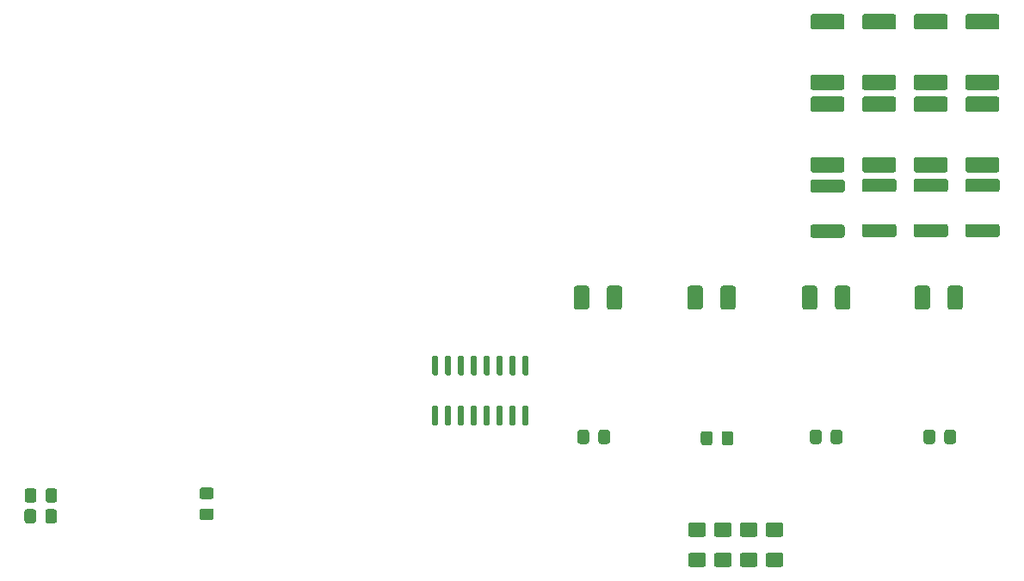
<source format=gbr>
G04 #@! TF.GenerationSoftware,KiCad,Pcbnew,(5.1.6)-1*
G04 #@! TF.CreationDate,2021-10-31T01:35:34+02:00*
G04 #@! TF.ProjectId,hamodule,68616d6f-6475-46c6-952e-6b696361645f,rev?*
G04 #@! TF.SameCoordinates,Original*
G04 #@! TF.FileFunction,Paste,Top*
G04 #@! TF.FilePolarity,Positive*
%FSLAX46Y46*%
G04 Gerber Fmt 4.6, Leading zero omitted, Abs format (unit mm)*
G04 Created by KiCad (PCBNEW (5.1.6)-1) date 2021-10-31 01:35:34*
%MOMM*%
%LPD*%
G01*
G04 APERTURE LIST*
G04 APERTURE END LIST*
G36*
G01*
X118750501Y-136002500D02*
X117850499Y-136002500D01*
G75*
G02*
X117600500Y-135752501I0J249999D01*
G01*
X117600500Y-135102499D01*
G75*
G02*
X117850499Y-134852500I249999J0D01*
G01*
X118750501Y-134852500D01*
G75*
G02*
X119000500Y-135102499I0J-249999D01*
G01*
X119000500Y-135752501D01*
G75*
G02*
X118750501Y-136002500I-249999J0D01*
G01*
G37*
G36*
G01*
X118750501Y-138052500D02*
X117850499Y-138052500D01*
G75*
G02*
X117600500Y-137802501I0J249999D01*
G01*
X117600500Y-137152499D01*
G75*
G02*
X117850499Y-136902500I249999J0D01*
G01*
X118750501Y-136902500D01*
G75*
G02*
X119000500Y-137152499I0J-249999D01*
G01*
X119000500Y-137802501D01*
G75*
G02*
X118750501Y-138052500I-249999J0D01*
G01*
G37*
G36*
G01*
X173555500Y-141264000D02*
X174805500Y-141264000D01*
G75*
G02*
X175055500Y-141514000I0J-250000D01*
G01*
X175055500Y-142439000D01*
G75*
G02*
X174805500Y-142689000I-250000J0D01*
G01*
X173555500Y-142689000D01*
G75*
G02*
X173305500Y-142439000I0J250000D01*
G01*
X173305500Y-141514000D01*
G75*
G02*
X173555500Y-141264000I250000J0D01*
G01*
G37*
G36*
G01*
X173555500Y-138289000D02*
X174805500Y-138289000D01*
G75*
G02*
X175055500Y-138539000I0J-250000D01*
G01*
X175055500Y-139464000D01*
G75*
G02*
X174805500Y-139714000I-250000J0D01*
G01*
X173555500Y-139714000D01*
G75*
G02*
X173305500Y-139464000I0J250000D01*
G01*
X173305500Y-138539000D01*
G75*
G02*
X173555500Y-138289000I250000J0D01*
G01*
G37*
G36*
G01*
X171015500Y-141264000D02*
X172265500Y-141264000D01*
G75*
G02*
X172515500Y-141514000I0J-250000D01*
G01*
X172515500Y-142439000D01*
G75*
G02*
X172265500Y-142689000I-250000J0D01*
G01*
X171015500Y-142689000D01*
G75*
G02*
X170765500Y-142439000I0J250000D01*
G01*
X170765500Y-141514000D01*
G75*
G02*
X171015500Y-141264000I250000J0D01*
G01*
G37*
G36*
G01*
X171015500Y-138289000D02*
X172265500Y-138289000D01*
G75*
G02*
X172515500Y-138539000I0J-250000D01*
G01*
X172515500Y-139464000D01*
G75*
G02*
X172265500Y-139714000I-250000J0D01*
G01*
X171015500Y-139714000D01*
G75*
G02*
X170765500Y-139464000I0J250000D01*
G01*
X170765500Y-138539000D01*
G75*
G02*
X171015500Y-138289000I250000J0D01*
G01*
G37*
G36*
G01*
X168475500Y-141264000D02*
X169725500Y-141264000D01*
G75*
G02*
X169975500Y-141514000I0J-250000D01*
G01*
X169975500Y-142439000D01*
G75*
G02*
X169725500Y-142689000I-250000J0D01*
G01*
X168475500Y-142689000D01*
G75*
G02*
X168225500Y-142439000I0J250000D01*
G01*
X168225500Y-141514000D01*
G75*
G02*
X168475500Y-141264000I250000J0D01*
G01*
G37*
G36*
G01*
X168475500Y-138289000D02*
X169725500Y-138289000D01*
G75*
G02*
X169975500Y-138539000I0J-250000D01*
G01*
X169975500Y-139464000D01*
G75*
G02*
X169725500Y-139714000I-250000J0D01*
G01*
X168475500Y-139714000D01*
G75*
G02*
X168225500Y-139464000I0J250000D01*
G01*
X168225500Y-138539000D01*
G75*
G02*
X168475500Y-138289000I250000J0D01*
G01*
G37*
G36*
G01*
X165935500Y-141264000D02*
X167185500Y-141264000D01*
G75*
G02*
X167435500Y-141514000I0J-250000D01*
G01*
X167435500Y-142439000D01*
G75*
G02*
X167185500Y-142689000I-250000J0D01*
G01*
X165935500Y-142689000D01*
G75*
G02*
X165685500Y-142439000I0J250000D01*
G01*
X165685500Y-141514000D01*
G75*
G02*
X165935500Y-141264000I250000J0D01*
G01*
G37*
G36*
G01*
X165935500Y-138289000D02*
X167185500Y-138289000D01*
G75*
G02*
X167435500Y-138539000I0J-250000D01*
G01*
X167435500Y-139464000D01*
G75*
G02*
X167185500Y-139714000I-250000J0D01*
G01*
X165935500Y-139714000D01*
G75*
G02*
X165685500Y-139464000I0J250000D01*
G01*
X165685500Y-138539000D01*
G75*
G02*
X165935500Y-138289000I250000J0D01*
G01*
G37*
G36*
G01*
X140929500Y-128735500D02*
X140629500Y-128735500D01*
G75*
G02*
X140479500Y-128585500I0J150000D01*
G01*
X140479500Y-126935500D01*
G75*
G02*
X140629500Y-126785500I150000J0D01*
G01*
X140929500Y-126785500D01*
G75*
G02*
X141079500Y-126935500I0J-150000D01*
G01*
X141079500Y-128585500D01*
G75*
G02*
X140929500Y-128735500I-150000J0D01*
G01*
G37*
G36*
G01*
X142199500Y-128735500D02*
X141899500Y-128735500D01*
G75*
G02*
X141749500Y-128585500I0J150000D01*
G01*
X141749500Y-126935500D01*
G75*
G02*
X141899500Y-126785500I150000J0D01*
G01*
X142199500Y-126785500D01*
G75*
G02*
X142349500Y-126935500I0J-150000D01*
G01*
X142349500Y-128585500D01*
G75*
G02*
X142199500Y-128735500I-150000J0D01*
G01*
G37*
G36*
G01*
X143469500Y-128735500D02*
X143169500Y-128735500D01*
G75*
G02*
X143019500Y-128585500I0J150000D01*
G01*
X143019500Y-126935500D01*
G75*
G02*
X143169500Y-126785500I150000J0D01*
G01*
X143469500Y-126785500D01*
G75*
G02*
X143619500Y-126935500I0J-150000D01*
G01*
X143619500Y-128585500D01*
G75*
G02*
X143469500Y-128735500I-150000J0D01*
G01*
G37*
G36*
G01*
X144739500Y-128735500D02*
X144439500Y-128735500D01*
G75*
G02*
X144289500Y-128585500I0J150000D01*
G01*
X144289500Y-126935500D01*
G75*
G02*
X144439500Y-126785500I150000J0D01*
G01*
X144739500Y-126785500D01*
G75*
G02*
X144889500Y-126935500I0J-150000D01*
G01*
X144889500Y-128585500D01*
G75*
G02*
X144739500Y-128735500I-150000J0D01*
G01*
G37*
G36*
G01*
X146009500Y-128735500D02*
X145709500Y-128735500D01*
G75*
G02*
X145559500Y-128585500I0J150000D01*
G01*
X145559500Y-126935500D01*
G75*
G02*
X145709500Y-126785500I150000J0D01*
G01*
X146009500Y-126785500D01*
G75*
G02*
X146159500Y-126935500I0J-150000D01*
G01*
X146159500Y-128585500D01*
G75*
G02*
X146009500Y-128735500I-150000J0D01*
G01*
G37*
G36*
G01*
X147279500Y-128735500D02*
X146979500Y-128735500D01*
G75*
G02*
X146829500Y-128585500I0J150000D01*
G01*
X146829500Y-126935500D01*
G75*
G02*
X146979500Y-126785500I150000J0D01*
G01*
X147279500Y-126785500D01*
G75*
G02*
X147429500Y-126935500I0J-150000D01*
G01*
X147429500Y-128585500D01*
G75*
G02*
X147279500Y-128735500I-150000J0D01*
G01*
G37*
G36*
G01*
X148549500Y-128735500D02*
X148249500Y-128735500D01*
G75*
G02*
X148099500Y-128585500I0J150000D01*
G01*
X148099500Y-126935500D01*
G75*
G02*
X148249500Y-126785500I150000J0D01*
G01*
X148549500Y-126785500D01*
G75*
G02*
X148699500Y-126935500I0J-150000D01*
G01*
X148699500Y-128585500D01*
G75*
G02*
X148549500Y-128735500I-150000J0D01*
G01*
G37*
G36*
G01*
X149819500Y-128735500D02*
X149519500Y-128735500D01*
G75*
G02*
X149369500Y-128585500I0J150000D01*
G01*
X149369500Y-126935500D01*
G75*
G02*
X149519500Y-126785500I150000J0D01*
G01*
X149819500Y-126785500D01*
G75*
G02*
X149969500Y-126935500I0J-150000D01*
G01*
X149969500Y-128585500D01*
G75*
G02*
X149819500Y-128735500I-150000J0D01*
G01*
G37*
G36*
G01*
X149819500Y-123785500D02*
X149519500Y-123785500D01*
G75*
G02*
X149369500Y-123635500I0J150000D01*
G01*
X149369500Y-121985500D01*
G75*
G02*
X149519500Y-121835500I150000J0D01*
G01*
X149819500Y-121835500D01*
G75*
G02*
X149969500Y-121985500I0J-150000D01*
G01*
X149969500Y-123635500D01*
G75*
G02*
X149819500Y-123785500I-150000J0D01*
G01*
G37*
G36*
G01*
X148549500Y-123785500D02*
X148249500Y-123785500D01*
G75*
G02*
X148099500Y-123635500I0J150000D01*
G01*
X148099500Y-121985500D01*
G75*
G02*
X148249500Y-121835500I150000J0D01*
G01*
X148549500Y-121835500D01*
G75*
G02*
X148699500Y-121985500I0J-150000D01*
G01*
X148699500Y-123635500D01*
G75*
G02*
X148549500Y-123785500I-150000J0D01*
G01*
G37*
G36*
G01*
X147279500Y-123785500D02*
X146979500Y-123785500D01*
G75*
G02*
X146829500Y-123635500I0J150000D01*
G01*
X146829500Y-121985500D01*
G75*
G02*
X146979500Y-121835500I150000J0D01*
G01*
X147279500Y-121835500D01*
G75*
G02*
X147429500Y-121985500I0J-150000D01*
G01*
X147429500Y-123635500D01*
G75*
G02*
X147279500Y-123785500I-150000J0D01*
G01*
G37*
G36*
G01*
X146009500Y-123785500D02*
X145709500Y-123785500D01*
G75*
G02*
X145559500Y-123635500I0J150000D01*
G01*
X145559500Y-121985500D01*
G75*
G02*
X145709500Y-121835500I150000J0D01*
G01*
X146009500Y-121835500D01*
G75*
G02*
X146159500Y-121985500I0J-150000D01*
G01*
X146159500Y-123635500D01*
G75*
G02*
X146009500Y-123785500I-150000J0D01*
G01*
G37*
G36*
G01*
X144739500Y-123785500D02*
X144439500Y-123785500D01*
G75*
G02*
X144289500Y-123635500I0J150000D01*
G01*
X144289500Y-121985500D01*
G75*
G02*
X144439500Y-121835500I150000J0D01*
G01*
X144739500Y-121835500D01*
G75*
G02*
X144889500Y-121985500I0J-150000D01*
G01*
X144889500Y-123635500D01*
G75*
G02*
X144739500Y-123785500I-150000J0D01*
G01*
G37*
G36*
G01*
X143469500Y-123785500D02*
X143169500Y-123785500D01*
G75*
G02*
X143019500Y-123635500I0J150000D01*
G01*
X143019500Y-121985500D01*
G75*
G02*
X143169500Y-121835500I150000J0D01*
G01*
X143469500Y-121835500D01*
G75*
G02*
X143619500Y-121985500I0J-150000D01*
G01*
X143619500Y-123635500D01*
G75*
G02*
X143469500Y-123785500I-150000J0D01*
G01*
G37*
G36*
G01*
X142199500Y-123785500D02*
X141899500Y-123785500D01*
G75*
G02*
X141749500Y-123635500I0J150000D01*
G01*
X141749500Y-121985500D01*
G75*
G02*
X141899500Y-121835500I150000J0D01*
G01*
X142199500Y-121835500D01*
G75*
G02*
X142349500Y-121985500I0J-150000D01*
G01*
X142349500Y-123635500D01*
G75*
G02*
X142199500Y-123785500I-150000J0D01*
G01*
G37*
G36*
G01*
X140929500Y-123785500D02*
X140629500Y-123785500D01*
G75*
G02*
X140479500Y-123635500I0J150000D01*
G01*
X140479500Y-121985500D01*
G75*
G02*
X140629500Y-121835500I150000J0D01*
G01*
X140929500Y-121835500D01*
G75*
G02*
X141079500Y-121985500I0J-150000D01*
G01*
X141079500Y-123635500D01*
G75*
G02*
X140929500Y-123785500I-150000J0D01*
G01*
G37*
G36*
G01*
X189460500Y-115216500D02*
X189460500Y-117066500D01*
G75*
G02*
X189210500Y-117316500I-250000J0D01*
G01*
X188210500Y-117316500D01*
G75*
G02*
X187960500Y-117066500I0J250000D01*
G01*
X187960500Y-115216500D01*
G75*
G02*
X188210500Y-114966500I250000J0D01*
G01*
X189210500Y-114966500D01*
G75*
G02*
X189460500Y-115216500I0J-250000D01*
G01*
G37*
G36*
G01*
X192710500Y-115216500D02*
X192710500Y-117066500D01*
G75*
G02*
X192460500Y-117316500I-250000J0D01*
G01*
X191460500Y-117316500D01*
G75*
G02*
X191210500Y-117066500I0J250000D01*
G01*
X191210500Y-115216500D01*
G75*
G02*
X191460500Y-114966500I250000J0D01*
G01*
X192460500Y-114966500D01*
G75*
G02*
X192710500Y-115216500I0J-250000D01*
G01*
G37*
G36*
G01*
X178385500Y-115216500D02*
X178385500Y-117066500D01*
G75*
G02*
X178135500Y-117316500I-250000J0D01*
G01*
X177135500Y-117316500D01*
G75*
G02*
X176885500Y-117066500I0J250000D01*
G01*
X176885500Y-115216500D01*
G75*
G02*
X177135500Y-114966500I250000J0D01*
G01*
X178135500Y-114966500D01*
G75*
G02*
X178385500Y-115216500I0J-250000D01*
G01*
G37*
G36*
G01*
X181635500Y-115216500D02*
X181635500Y-117066500D01*
G75*
G02*
X181385500Y-117316500I-250000J0D01*
G01*
X180385500Y-117316500D01*
G75*
G02*
X180135500Y-117066500I0J250000D01*
G01*
X180135500Y-115216500D01*
G75*
G02*
X180385500Y-114966500I250000J0D01*
G01*
X181385500Y-114966500D01*
G75*
G02*
X181635500Y-115216500I0J-250000D01*
G01*
G37*
G36*
G01*
X167108500Y-115216500D02*
X167108500Y-117066500D01*
G75*
G02*
X166858500Y-117316500I-250000J0D01*
G01*
X165858500Y-117316500D01*
G75*
G02*
X165608500Y-117066500I0J250000D01*
G01*
X165608500Y-115216500D01*
G75*
G02*
X165858500Y-114966500I250000J0D01*
G01*
X166858500Y-114966500D01*
G75*
G02*
X167108500Y-115216500I0J-250000D01*
G01*
G37*
G36*
G01*
X170358500Y-115216500D02*
X170358500Y-117066500D01*
G75*
G02*
X170108500Y-117316500I-250000J0D01*
G01*
X169108500Y-117316500D01*
G75*
G02*
X168858500Y-117066500I0J250000D01*
G01*
X168858500Y-115216500D01*
G75*
G02*
X169108500Y-114966500I250000J0D01*
G01*
X170108500Y-114966500D01*
G75*
G02*
X170358500Y-115216500I0J-250000D01*
G01*
G37*
G36*
G01*
X155932500Y-115216500D02*
X155932500Y-117066500D01*
G75*
G02*
X155682500Y-117316500I-250000J0D01*
G01*
X154682500Y-117316500D01*
G75*
G02*
X154432500Y-117066500I0J250000D01*
G01*
X154432500Y-115216500D01*
G75*
G02*
X154682500Y-114966500I250000J0D01*
G01*
X155682500Y-114966500D01*
G75*
G02*
X155932500Y-115216500I0J-250000D01*
G01*
G37*
G36*
G01*
X159182500Y-115216500D02*
X159182500Y-117066500D01*
G75*
G02*
X158932500Y-117316500I-250000J0D01*
G01*
X157932500Y-117316500D01*
G75*
G02*
X157682500Y-117066500I0J250000D01*
G01*
X157682500Y-115216500D01*
G75*
G02*
X157932500Y-114966500I250000J0D01*
G01*
X158932500Y-114966500D01*
G75*
G02*
X159182500Y-115216500I0J-250000D01*
G01*
G37*
G36*
G01*
X193202499Y-94176000D02*
X196052501Y-94176000D01*
G75*
G02*
X196302500Y-94425999I0J-249999D01*
G01*
X196302500Y-95451001D01*
G75*
G02*
X196052501Y-95701000I-249999J0D01*
G01*
X193202499Y-95701000D01*
G75*
G02*
X192952500Y-95451001I0J249999D01*
G01*
X192952500Y-94425999D01*
G75*
G02*
X193202499Y-94176000I249999J0D01*
G01*
G37*
G36*
G01*
X193202499Y-88201000D02*
X196052501Y-88201000D01*
G75*
G02*
X196302500Y-88450999I0J-249999D01*
G01*
X196302500Y-89476001D01*
G75*
G02*
X196052501Y-89726000I-249999J0D01*
G01*
X193202499Y-89726000D01*
G75*
G02*
X192952500Y-89476001I0J249999D01*
G01*
X192952500Y-88450999D01*
G75*
G02*
X193202499Y-88201000I249999J0D01*
G01*
G37*
G36*
G01*
X188122499Y-94176000D02*
X190972501Y-94176000D01*
G75*
G02*
X191222500Y-94425999I0J-249999D01*
G01*
X191222500Y-95451001D01*
G75*
G02*
X190972501Y-95701000I-249999J0D01*
G01*
X188122499Y-95701000D01*
G75*
G02*
X187872500Y-95451001I0J249999D01*
G01*
X187872500Y-94425999D01*
G75*
G02*
X188122499Y-94176000I249999J0D01*
G01*
G37*
G36*
G01*
X188122499Y-88201000D02*
X190972501Y-88201000D01*
G75*
G02*
X191222500Y-88450999I0J-249999D01*
G01*
X191222500Y-89476001D01*
G75*
G02*
X190972501Y-89726000I-249999J0D01*
G01*
X188122499Y-89726000D01*
G75*
G02*
X187872500Y-89476001I0J249999D01*
G01*
X187872500Y-88450999D01*
G75*
G02*
X188122499Y-88201000I249999J0D01*
G01*
G37*
G36*
G01*
X183042499Y-94176000D02*
X185892501Y-94176000D01*
G75*
G02*
X186142500Y-94425999I0J-249999D01*
G01*
X186142500Y-95451001D01*
G75*
G02*
X185892501Y-95701000I-249999J0D01*
G01*
X183042499Y-95701000D01*
G75*
G02*
X182792500Y-95451001I0J249999D01*
G01*
X182792500Y-94425999D01*
G75*
G02*
X183042499Y-94176000I249999J0D01*
G01*
G37*
G36*
G01*
X183042499Y-88201000D02*
X185892501Y-88201000D01*
G75*
G02*
X186142500Y-88450999I0J-249999D01*
G01*
X186142500Y-89476001D01*
G75*
G02*
X185892501Y-89726000I-249999J0D01*
G01*
X183042499Y-89726000D01*
G75*
G02*
X182792500Y-89476001I0J249999D01*
G01*
X182792500Y-88450999D01*
G75*
G02*
X183042499Y-88201000I249999J0D01*
G01*
G37*
G36*
G01*
X177962499Y-94176000D02*
X180812501Y-94176000D01*
G75*
G02*
X181062500Y-94425999I0J-249999D01*
G01*
X181062500Y-95451001D01*
G75*
G02*
X180812501Y-95701000I-249999J0D01*
G01*
X177962499Y-95701000D01*
G75*
G02*
X177712500Y-95451001I0J249999D01*
G01*
X177712500Y-94425999D01*
G75*
G02*
X177962499Y-94176000I249999J0D01*
G01*
G37*
G36*
G01*
X177962499Y-88201000D02*
X180812501Y-88201000D01*
G75*
G02*
X181062500Y-88450999I0J-249999D01*
G01*
X181062500Y-89476001D01*
G75*
G02*
X180812501Y-89726000I-249999J0D01*
G01*
X177962499Y-89726000D01*
G75*
G02*
X177712500Y-89476001I0J249999D01*
G01*
X177712500Y-88450999D01*
G75*
G02*
X177962499Y-88201000I249999J0D01*
G01*
G37*
G36*
G01*
X102443700Y-136073301D02*
X102443700Y-135173299D01*
G75*
G02*
X102693699Y-134923300I249999J0D01*
G01*
X103343701Y-134923300D01*
G75*
G02*
X103593700Y-135173299I0J-249999D01*
G01*
X103593700Y-136073301D01*
G75*
G02*
X103343701Y-136323300I-249999J0D01*
G01*
X102693699Y-136323300D01*
G75*
G02*
X102443700Y-136073301I0J249999D01*
G01*
G37*
G36*
G01*
X100393700Y-136073301D02*
X100393700Y-135173299D01*
G75*
G02*
X100643699Y-134923300I249999J0D01*
G01*
X101293701Y-134923300D01*
G75*
G02*
X101543700Y-135173299I0J-249999D01*
G01*
X101543700Y-136073301D01*
G75*
G02*
X101293701Y-136323300I-249999J0D01*
G01*
X100643699Y-136323300D01*
G75*
G02*
X100393700Y-136073301I0J249999D01*
G01*
G37*
G36*
G01*
X101518300Y-137230699D02*
X101518300Y-138130701D01*
G75*
G02*
X101268301Y-138380700I-249999J0D01*
G01*
X100618299Y-138380700D01*
G75*
G02*
X100368300Y-138130701I0J249999D01*
G01*
X100368300Y-137230699D01*
G75*
G02*
X100618299Y-136980700I249999J0D01*
G01*
X101268301Y-136980700D01*
G75*
G02*
X101518300Y-137230699I0J-249999D01*
G01*
G37*
G36*
G01*
X103568300Y-137230699D02*
X103568300Y-138130701D01*
G75*
G02*
X103318301Y-138380700I-249999J0D01*
G01*
X102668299Y-138380700D01*
G75*
G02*
X102418300Y-138130701I0J249999D01*
G01*
X102418300Y-137230699D01*
G75*
G02*
X102668299Y-136980700I249999J0D01*
G01*
X103318301Y-136980700D01*
G75*
G02*
X103568300Y-137230699I0J-249999D01*
G01*
G37*
G36*
G01*
X189986500Y-129407499D02*
X189986500Y-130307501D01*
G75*
G02*
X189736501Y-130557500I-249999J0D01*
G01*
X189086499Y-130557500D01*
G75*
G02*
X188836500Y-130307501I0J249999D01*
G01*
X188836500Y-129407499D01*
G75*
G02*
X189086499Y-129157500I249999J0D01*
G01*
X189736501Y-129157500D01*
G75*
G02*
X189986500Y-129407499I0J-249999D01*
G01*
G37*
G36*
G01*
X192036500Y-129407499D02*
X192036500Y-130307501D01*
G75*
G02*
X191786501Y-130557500I-249999J0D01*
G01*
X191136499Y-130557500D01*
G75*
G02*
X190886500Y-130307501I0J249999D01*
G01*
X190886500Y-129407499D01*
G75*
G02*
X191136499Y-129157500I249999J0D01*
G01*
X191786501Y-129157500D01*
G75*
G02*
X192036500Y-129407499I0J-249999D01*
G01*
G37*
G36*
G01*
X178810500Y-129407499D02*
X178810500Y-130307501D01*
G75*
G02*
X178560501Y-130557500I-249999J0D01*
G01*
X177910499Y-130557500D01*
G75*
G02*
X177660500Y-130307501I0J249999D01*
G01*
X177660500Y-129407499D01*
G75*
G02*
X177910499Y-129157500I249999J0D01*
G01*
X178560501Y-129157500D01*
G75*
G02*
X178810500Y-129407499I0J-249999D01*
G01*
G37*
G36*
G01*
X180860500Y-129407499D02*
X180860500Y-130307501D01*
G75*
G02*
X180610501Y-130557500I-249999J0D01*
G01*
X179960499Y-130557500D01*
G75*
G02*
X179710500Y-130307501I0J249999D01*
G01*
X179710500Y-129407499D01*
G75*
G02*
X179960499Y-129157500I249999J0D01*
G01*
X180610501Y-129157500D01*
G75*
G02*
X180860500Y-129407499I0J-249999D01*
G01*
G37*
G36*
G01*
X155941500Y-129407499D02*
X155941500Y-130307501D01*
G75*
G02*
X155691501Y-130557500I-249999J0D01*
G01*
X155041499Y-130557500D01*
G75*
G02*
X154791500Y-130307501I0J249999D01*
G01*
X154791500Y-129407499D01*
G75*
G02*
X155041499Y-129157500I249999J0D01*
G01*
X155691501Y-129157500D01*
G75*
G02*
X155941500Y-129407499I0J-249999D01*
G01*
G37*
G36*
G01*
X157991500Y-129407499D02*
X157991500Y-130307501D01*
G75*
G02*
X157741501Y-130557500I-249999J0D01*
G01*
X157091499Y-130557500D01*
G75*
G02*
X156841500Y-130307501I0J249999D01*
G01*
X156841500Y-129407499D01*
G75*
G02*
X157091499Y-129157500I249999J0D01*
G01*
X157741501Y-129157500D01*
G75*
G02*
X157991500Y-129407499I0J-249999D01*
G01*
G37*
G36*
G01*
X168070000Y-129534499D02*
X168070000Y-130434501D01*
G75*
G02*
X167820001Y-130684500I-249999J0D01*
G01*
X167169999Y-130684500D01*
G75*
G02*
X166920000Y-130434501I0J249999D01*
G01*
X166920000Y-129534499D01*
G75*
G02*
X167169999Y-129284500I249999J0D01*
G01*
X167820001Y-129284500D01*
G75*
G02*
X168070000Y-129534499I0J-249999D01*
G01*
G37*
G36*
G01*
X170120000Y-129534499D02*
X170120000Y-130434501D01*
G75*
G02*
X169870001Y-130684500I-249999J0D01*
G01*
X169219999Y-130684500D01*
G75*
G02*
X168970000Y-130434501I0J249999D01*
G01*
X168970000Y-129534499D01*
G75*
G02*
X169219999Y-129284500I249999J0D01*
G01*
X169870001Y-129284500D01*
G75*
G02*
X170120000Y-129534499I0J-249999D01*
G01*
G37*
G36*
G01*
X193177500Y-108880500D02*
X196077500Y-108880500D01*
G75*
G02*
X196327500Y-109130500I0J-250000D01*
G01*
X196327500Y-109930500D01*
G75*
G02*
X196077500Y-110180500I-250000J0D01*
G01*
X193177500Y-110180500D01*
G75*
G02*
X192927500Y-109930500I0J250000D01*
G01*
X192927500Y-109130500D01*
G75*
G02*
X193177500Y-108880500I250000J0D01*
G01*
G37*
G36*
G01*
X193177500Y-104430500D02*
X196077500Y-104430500D01*
G75*
G02*
X196327500Y-104680500I0J-250000D01*
G01*
X196327500Y-105480500D01*
G75*
G02*
X196077500Y-105730500I-250000J0D01*
G01*
X193177500Y-105730500D01*
G75*
G02*
X192927500Y-105480500I0J250000D01*
G01*
X192927500Y-104680500D01*
G75*
G02*
X193177500Y-104430500I250000J0D01*
G01*
G37*
G36*
G01*
X188097500Y-108880500D02*
X190997500Y-108880500D01*
G75*
G02*
X191247500Y-109130500I0J-250000D01*
G01*
X191247500Y-109930500D01*
G75*
G02*
X190997500Y-110180500I-250000J0D01*
G01*
X188097500Y-110180500D01*
G75*
G02*
X187847500Y-109930500I0J250000D01*
G01*
X187847500Y-109130500D01*
G75*
G02*
X188097500Y-108880500I250000J0D01*
G01*
G37*
G36*
G01*
X188097500Y-104430500D02*
X190997500Y-104430500D01*
G75*
G02*
X191247500Y-104680500I0J-250000D01*
G01*
X191247500Y-105480500D01*
G75*
G02*
X190997500Y-105730500I-250000J0D01*
G01*
X188097500Y-105730500D01*
G75*
G02*
X187847500Y-105480500I0J250000D01*
G01*
X187847500Y-104680500D01*
G75*
G02*
X188097500Y-104430500I250000J0D01*
G01*
G37*
G36*
G01*
X183017500Y-108880500D02*
X185917500Y-108880500D01*
G75*
G02*
X186167500Y-109130500I0J-250000D01*
G01*
X186167500Y-109930500D01*
G75*
G02*
X185917500Y-110180500I-250000J0D01*
G01*
X183017500Y-110180500D01*
G75*
G02*
X182767500Y-109930500I0J250000D01*
G01*
X182767500Y-109130500D01*
G75*
G02*
X183017500Y-108880500I250000J0D01*
G01*
G37*
G36*
G01*
X183017500Y-104430500D02*
X185917500Y-104430500D01*
G75*
G02*
X186167500Y-104680500I0J-250000D01*
G01*
X186167500Y-105480500D01*
G75*
G02*
X185917500Y-105730500I-250000J0D01*
G01*
X183017500Y-105730500D01*
G75*
G02*
X182767500Y-105480500I0J250000D01*
G01*
X182767500Y-104680500D01*
G75*
G02*
X183017500Y-104430500I250000J0D01*
G01*
G37*
G36*
G01*
X177937500Y-108944000D02*
X180837500Y-108944000D01*
G75*
G02*
X181087500Y-109194000I0J-250000D01*
G01*
X181087500Y-109994000D01*
G75*
G02*
X180837500Y-110244000I-250000J0D01*
G01*
X177937500Y-110244000D01*
G75*
G02*
X177687500Y-109994000I0J250000D01*
G01*
X177687500Y-109194000D01*
G75*
G02*
X177937500Y-108944000I250000J0D01*
G01*
G37*
G36*
G01*
X177937500Y-104494000D02*
X180837500Y-104494000D01*
G75*
G02*
X181087500Y-104744000I0J-250000D01*
G01*
X181087500Y-105544000D01*
G75*
G02*
X180837500Y-105794000I-250000J0D01*
G01*
X177937500Y-105794000D01*
G75*
G02*
X177687500Y-105544000I0J250000D01*
G01*
X177687500Y-104744000D01*
G75*
G02*
X177937500Y-104494000I250000J0D01*
G01*
G37*
G36*
G01*
X177962499Y-102286000D02*
X180812501Y-102286000D01*
G75*
G02*
X181062500Y-102535999I0J-249999D01*
G01*
X181062500Y-103561001D01*
G75*
G02*
X180812501Y-103811000I-249999J0D01*
G01*
X177962499Y-103811000D01*
G75*
G02*
X177712500Y-103561001I0J249999D01*
G01*
X177712500Y-102535999D01*
G75*
G02*
X177962499Y-102286000I249999J0D01*
G01*
G37*
G36*
G01*
X177962499Y-96311000D02*
X180812501Y-96311000D01*
G75*
G02*
X181062500Y-96560999I0J-249999D01*
G01*
X181062500Y-97586001D01*
G75*
G02*
X180812501Y-97836000I-249999J0D01*
G01*
X177962499Y-97836000D01*
G75*
G02*
X177712500Y-97586001I0J249999D01*
G01*
X177712500Y-96560999D01*
G75*
G02*
X177962499Y-96311000I249999J0D01*
G01*
G37*
G36*
G01*
X183042499Y-102286000D02*
X185892501Y-102286000D01*
G75*
G02*
X186142500Y-102535999I0J-249999D01*
G01*
X186142500Y-103561001D01*
G75*
G02*
X185892501Y-103811000I-249999J0D01*
G01*
X183042499Y-103811000D01*
G75*
G02*
X182792500Y-103561001I0J249999D01*
G01*
X182792500Y-102535999D01*
G75*
G02*
X183042499Y-102286000I249999J0D01*
G01*
G37*
G36*
G01*
X183042499Y-96311000D02*
X185892501Y-96311000D01*
G75*
G02*
X186142500Y-96560999I0J-249999D01*
G01*
X186142500Y-97586001D01*
G75*
G02*
X185892501Y-97836000I-249999J0D01*
G01*
X183042499Y-97836000D01*
G75*
G02*
X182792500Y-97586001I0J249999D01*
G01*
X182792500Y-96560999D01*
G75*
G02*
X183042499Y-96311000I249999J0D01*
G01*
G37*
G36*
G01*
X188122499Y-102286000D02*
X190972501Y-102286000D01*
G75*
G02*
X191222500Y-102535999I0J-249999D01*
G01*
X191222500Y-103561001D01*
G75*
G02*
X190972501Y-103811000I-249999J0D01*
G01*
X188122499Y-103811000D01*
G75*
G02*
X187872500Y-103561001I0J249999D01*
G01*
X187872500Y-102535999D01*
G75*
G02*
X188122499Y-102286000I249999J0D01*
G01*
G37*
G36*
G01*
X188122499Y-96311000D02*
X190972501Y-96311000D01*
G75*
G02*
X191222500Y-96560999I0J-249999D01*
G01*
X191222500Y-97586001D01*
G75*
G02*
X190972501Y-97836000I-249999J0D01*
G01*
X188122499Y-97836000D01*
G75*
G02*
X187872500Y-97586001I0J249999D01*
G01*
X187872500Y-96560999D01*
G75*
G02*
X188122499Y-96311000I249999J0D01*
G01*
G37*
G36*
G01*
X193202499Y-102286000D02*
X196052501Y-102286000D01*
G75*
G02*
X196302500Y-102535999I0J-249999D01*
G01*
X196302500Y-103561001D01*
G75*
G02*
X196052501Y-103811000I-249999J0D01*
G01*
X193202499Y-103811000D01*
G75*
G02*
X192952500Y-103561001I0J249999D01*
G01*
X192952500Y-102535999D01*
G75*
G02*
X193202499Y-102286000I249999J0D01*
G01*
G37*
G36*
G01*
X193202499Y-96311000D02*
X196052501Y-96311000D01*
G75*
G02*
X196302500Y-96560999I0J-249999D01*
G01*
X196302500Y-97586001D01*
G75*
G02*
X196052501Y-97836000I-249999J0D01*
G01*
X193202499Y-97836000D01*
G75*
G02*
X192952500Y-97586001I0J249999D01*
G01*
X192952500Y-96560999D01*
G75*
G02*
X193202499Y-96311000I249999J0D01*
G01*
G37*
M02*

</source>
